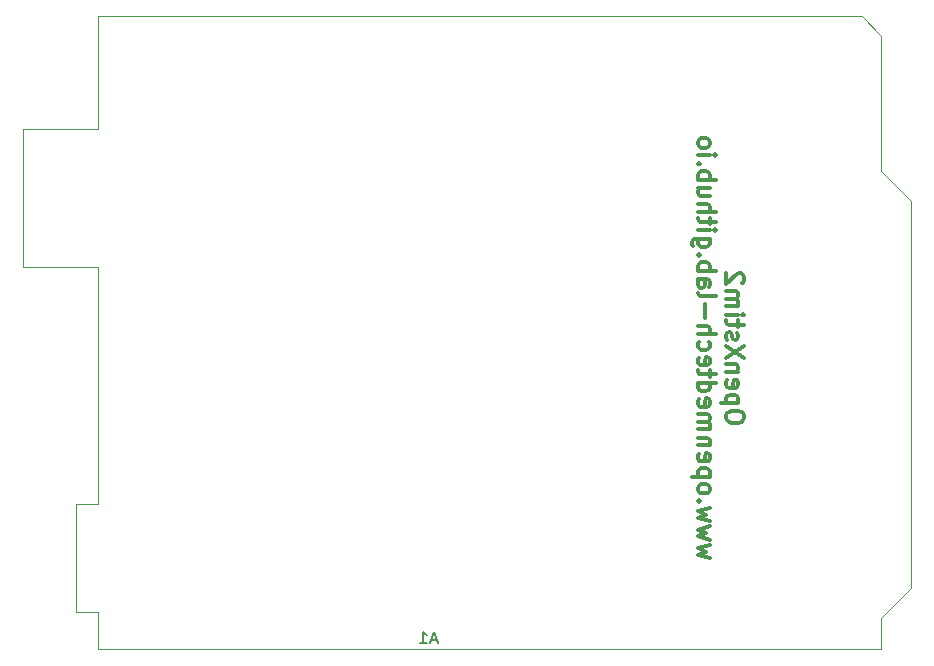
<source format=gbo>
G04 #@! TF.GenerationSoftware,KiCad,Pcbnew,(6.0.4)*
G04 #@! TF.CreationDate,2025-04-28T20:29:24+10:00*
G04 #@! TF.ProjectId,OpenXstim,4f70656e-5873-4746-996d-2e6b69636164,rev?*
G04 #@! TF.SameCoordinates,Original*
G04 #@! TF.FileFunction,Legend,Bot*
G04 #@! TF.FilePolarity,Positive*
%FSLAX46Y46*%
G04 Gerber Fmt 4.6, Leading zero omitted, Abs format (unit mm)*
G04 Created by KiCad (PCBNEW (6.0.4)) date 2025-04-28 20:29:24*
%MOMM*%
%LPD*%
G01*
G04 APERTURE LIST*
%ADD10C,0.300000*%
%ADD11C,0.150000*%
%ADD12C,0.120000*%
%ADD13R,1.700000X1.700000*%
%ADD14O,1.700000X1.700000*%
%ADD15C,2.600000*%
%ADD16C,1.800000*%
%ADD17R,1.800000X1.800000*%
%ADD18O,1.508000X3.016000*%
%ADD19O,3.016000X1.508000*%
%ADD20R,2.000000X2.000000*%
%ADD21C,2.000000*%
%ADD22R,1.408000X1.408000*%
%ADD23C,1.408000*%
%ADD24R,1.600000X1.600000*%
%ADD25O,1.600000X1.600000*%
G04 APERTURE END LIST*
D10*
X228698528Y-97810685D02*
X228698528Y-97524971D01*
X228627100Y-97382114D01*
X228484242Y-97239257D01*
X228198528Y-97167828D01*
X227698528Y-97167828D01*
X227412814Y-97239257D01*
X227269957Y-97382114D01*
X227198528Y-97524971D01*
X227198528Y-97810685D01*
X227269957Y-97953542D01*
X227412814Y-98096400D01*
X227698528Y-98167828D01*
X228198528Y-98167828D01*
X228484242Y-98096400D01*
X228627100Y-97953542D01*
X228698528Y-97810685D01*
X228198528Y-96524971D02*
X226698528Y-96524971D01*
X228127100Y-96524971D02*
X228198528Y-96382114D01*
X228198528Y-96096400D01*
X228127100Y-95953542D01*
X228055671Y-95882114D01*
X227912814Y-95810685D01*
X227484242Y-95810685D01*
X227341385Y-95882114D01*
X227269957Y-95953542D01*
X227198528Y-96096400D01*
X227198528Y-96382114D01*
X227269957Y-96524971D01*
X227269957Y-94596400D02*
X227198528Y-94739257D01*
X227198528Y-95024971D01*
X227269957Y-95167828D01*
X227412814Y-95239257D01*
X227984242Y-95239257D01*
X228127100Y-95167828D01*
X228198528Y-95024971D01*
X228198528Y-94739257D01*
X228127100Y-94596400D01*
X227984242Y-94524971D01*
X227841385Y-94524971D01*
X227698528Y-95239257D01*
X228198528Y-93882114D02*
X227198528Y-93882114D01*
X228055671Y-93882114D02*
X228127100Y-93810685D01*
X228198528Y-93667828D01*
X228198528Y-93453542D01*
X228127100Y-93310685D01*
X227984242Y-93239257D01*
X227198528Y-93239257D01*
X228698528Y-92667828D02*
X227198528Y-91667828D01*
X228698528Y-91667828D02*
X227198528Y-92667828D01*
X227269957Y-91167828D02*
X227198528Y-91024971D01*
X227198528Y-90739257D01*
X227269957Y-90596400D01*
X227412814Y-90524971D01*
X227484242Y-90524971D01*
X227627100Y-90596400D01*
X227698528Y-90739257D01*
X227698528Y-90953542D01*
X227769957Y-91096400D01*
X227912814Y-91167828D01*
X227984242Y-91167828D01*
X228127100Y-91096400D01*
X228198528Y-90953542D01*
X228198528Y-90739257D01*
X228127100Y-90596400D01*
X228198528Y-90096400D02*
X228198528Y-89524971D01*
X228698528Y-89882114D02*
X227412814Y-89882114D01*
X227269957Y-89810685D01*
X227198528Y-89667828D01*
X227198528Y-89524971D01*
X227198528Y-89024971D02*
X228198528Y-89024971D01*
X228698528Y-89024971D02*
X228627100Y-89096400D01*
X228555671Y-89024971D01*
X228627100Y-88953542D01*
X228698528Y-89024971D01*
X228555671Y-89024971D01*
X227198528Y-88310685D02*
X228198528Y-88310685D01*
X228055671Y-88310685D02*
X228127100Y-88239257D01*
X228198528Y-88096400D01*
X228198528Y-87882114D01*
X228127100Y-87739257D01*
X227984242Y-87667828D01*
X227198528Y-87667828D01*
X227984242Y-87667828D02*
X228127100Y-87596400D01*
X228198528Y-87453542D01*
X228198528Y-87239257D01*
X228127100Y-87096400D01*
X227984242Y-87024971D01*
X227198528Y-87024971D01*
X228555671Y-86382114D02*
X228627100Y-86310685D01*
X228698528Y-86167828D01*
X228698528Y-85810685D01*
X228627100Y-85667828D01*
X228555671Y-85596400D01*
X228412814Y-85524971D01*
X228269957Y-85524971D01*
X228055671Y-85596400D01*
X227198528Y-86453542D01*
X227198528Y-85524971D01*
X225783528Y-109667828D02*
X224783528Y-109382114D01*
X225497814Y-109096400D01*
X224783528Y-108810685D01*
X225783528Y-108524971D01*
X225783528Y-108096400D02*
X224783528Y-107810685D01*
X225497814Y-107524971D01*
X224783528Y-107239257D01*
X225783528Y-106953542D01*
X225783528Y-106524971D02*
X224783528Y-106239257D01*
X225497814Y-105953542D01*
X224783528Y-105667828D01*
X225783528Y-105382114D01*
X224926385Y-104810685D02*
X224854957Y-104739257D01*
X224783528Y-104810685D01*
X224854957Y-104882114D01*
X224926385Y-104810685D01*
X224783528Y-104810685D01*
X224783528Y-103882114D02*
X224854957Y-104024971D01*
X224926385Y-104096400D01*
X225069242Y-104167828D01*
X225497814Y-104167828D01*
X225640671Y-104096400D01*
X225712100Y-104024971D01*
X225783528Y-103882114D01*
X225783528Y-103667828D01*
X225712100Y-103524971D01*
X225640671Y-103453542D01*
X225497814Y-103382114D01*
X225069242Y-103382114D01*
X224926385Y-103453542D01*
X224854957Y-103524971D01*
X224783528Y-103667828D01*
X224783528Y-103882114D01*
X225783528Y-102739257D02*
X224283528Y-102739257D01*
X225712100Y-102739257D02*
X225783528Y-102596400D01*
X225783528Y-102310685D01*
X225712100Y-102167828D01*
X225640671Y-102096400D01*
X225497814Y-102024971D01*
X225069242Y-102024971D01*
X224926385Y-102096400D01*
X224854957Y-102167828D01*
X224783528Y-102310685D01*
X224783528Y-102596400D01*
X224854957Y-102739257D01*
X224854957Y-100810685D02*
X224783528Y-100953542D01*
X224783528Y-101239257D01*
X224854957Y-101382114D01*
X224997814Y-101453542D01*
X225569242Y-101453542D01*
X225712100Y-101382114D01*
X225783528Y-101239257D01*
X225783528Y-100953542D01*
X225712100Y-100810685D01*
X225569242Y-100739257D01*
X225426385Y-100739257D01*
X225283528Y-101453542D01*
X225783528Y-100096400D02*
X224783528Y-100096400D01*
X225640671Y-100096400D02*
X225712100Y-100024971D01*
X225783528Y-99882114D01*
X225783528Y-99667828D01*
X225712100Y-99524971D01*
X225569242Y-99453542D01*
X224783528Y-99453542D01*
X224783528Y-98739257D02*
X225783528Y-98739257D01*
X225640671Y-98739257D02*
X225712100Y-98667828D01*
X225783528Y-98524971D01*
X225783528Y-98310685D01*
X225712100Y-98167828D01*
X225569242Y-98096400D01*
X224783528Y-98096400D01*
X225569242Y-98096400D02*
X225712100Y-98024971D01*
X225783528Y-97882114D01*
X225783528Y-97667828D01*
X225712100Y-97524971D01*
X225569242Y-97453542D01*
X224783528Y-97453542D01*
X224854957Y-96167828D02*
X224783528Y-96310685D01*
X224783528Y-96596400D01*
X224854957Y-96739257D01*
X224997814Y-96810685D01*
X225569242Y-96810685D01*
X225712100Y-96739257D01*
X225783528Y-96596400D01*
X225783528Y-96310685D01*
X225712100Y-96167828D01*
X225569242Y-96096400D01*
X225426385Y-96096400D01*
X225283528Y-96810685D01*
X224783528Y-94810685D02*
X226283528Y-94810685D01*
X224854957Y-94810685D02*
X224783528Y-94953542D01*
X224783528Y-95239257D01*
X224854957Y-95382114D01*
X224926385Y-95453542D01*
X225069242Y-95524971D01*
X225497814Y-95524971D01*
X225640671Y-95453542D01*
X225712100Y-95382114D01*
X225783528Y-95239257D01*
X225783528Y-94953542D01*
X225712100Y-94810685D01*
X225783528Y-94310685D02*
X225783528Y-93739257D01*
X226283528Y-94096400D02*
X224997814Y-94096400D01*
X224854957Y-94024971D01*
X224783528Y-93882114D01*
X224783528Y-93739257D01*
X224854957Y-92667828D02*
X224783528Y-92810685D01*
X224783528Y-93096400D01*
X224854957Y-93239257D01*
X224997814Y-93310685D01*
X225569242Y-93310685D01*
X225712100Y-93239257D01*
X225783528Y-93096400D01*
X225783528Y-92810685D01*
X225712100Y-92667828D01*
X225569242Y-92596400D01*
X225426385Y-92596400D01*
X225283528Y-93310685D01*
X224854957Y-91310685D02*
X224783528Y-91453542D01*
X224783528Y-91739257D01*
X224854957Y-91882114D01*
X224926385Y-91953542D01*
X225069242Y-92024971D01*
X225497814Y-92024971D01*
X225640671Y-91953542D01*
X225712100Y-91882114D01*
X225783528Y-91739257D01*
X225783528Y-91453542D01*
X225712100Y-91310685D01*
X224783528Y-90667828D02*
X226283528Y-90667828D01*
X224783528Y-90024971D02*
X225569242Y-90024971D01*
X225712100Y-90096400D01*
X225783528Y-90239257D01*
X225783528Y-90453542D01*
X225712100Y-90596400D01*
X225640671Y-90667828D01*
X225354957Y-89310685D02*
X225354957Y-88167828D01*
X224783528Y-87239257D02*
X224854957Y-87382114D01*
X224997814Y-87453542D01*
X226283528Y-87453542D01*
X224783528Y-86024971D02*
X225569242Y-86024971D01*
X225712100Y-86096400D01*
X225783528Y-86239257D01*
X225783528Y-86524971D01*
X225712100Y-86667828D01*
X224854957Y-86024971D02*
X224783528Y-86167828D01*
X224783528Y-86524971D01*
X224854957Y-86667828D01*
X224997814Y-86739257D01*
X225140671Y-86739257D01*
X225283528Y-86667828D01*
X225354957Y-86524971D01*
X225354957Y-86167828D01*
X225426385Y-86024971D01*
X224783528Y-85310685D02*
X226283528Y-85310685D01*
X225712100Y-85310685D02*
X225783528Y-85167828D01*
X225783528Y-84882114D01*
X225712100Y-84739257D01*
X225640671Y-84667828D01*
X225497814Y-84596400D01*
X225069242Y-84596400D01*
X224926385Y-84667828D01*
X224854957Y-84739257D01*
X224783528Y-84882114D01*
X224783528Y-85167828D01*
X224854957Y-85310685D01*
X224926385Y-83953542D02*
X224854957Y-83882114D01*
X224783528Y-83953542D01*
X224854957Y-84024971D01*
X224926385Y-83953542D01*
X224783528Y-83953542D01*
X225783528Y-82596400D02*
X224569242Y-82596400D01*
X224426385Y-82667828D01*
X224354957Y-82739257D01*
X224283528Y-82882114D01*
X224283528Y-83096400D01*
X224354957Y-83239257D01*
X224854957Y-82596400D02*
X224783528Y-82739257D01*
X224783528Y-83024971D01*
X224854957Y-83167828D01*
X224926385Y-83239257D01*
X225069242Y-83310685D01*
X225497814Y-83310685D01*
X225640671Y-83239257D01*
X225712100Y-83167828D01*
X225783528Y-83024971D01*
X225783528Y-82739257D01*
X225712100Y-82596400D01*
X224783528Y-81882114D02*
X225783528Y-81882114D01*
X226283528Y-81882114D02*
X226212100Y-81953542D01*
X226140671Y-81882114D01*
X226212100Y-81810685D01*
X226283528Y-81882114D01*
X226140671Y-81882114D01*
X225783528Y-81382114D02*
X225783528Y-80810685D01*
X226283528Y-81167828D02*
X224997814Y-81167828D01*
X224854957Y-81096400D01*
X224783528Y-80953542D01*
X224783528Y-80810685D01*
X224783528Y-80310685D02*
X226283528Y-80310685D01*
X224783528Y-79667828D02*
X225569242Y-79667828D01*
X225712100Y-79739257D01*
X225783528Y-79882114D01*
X225783528Y-80096400D01*
X225712100Y-80239257D01*
X225640671Y-80310685D01*
X225783528Y-78310685D02*
X224783528Y-78310685D01*
X225783528Y-78953542D02*
X224997814Y-78953542D01*
X224854957Y-78882114D01*
X224783528Y-78739257D01*
X224783528Y-78524971D01*
X224854957Y-78382114D01*
X224926385Y-78310685D01*
X224783528Y-77596400D02*
X226283528Y-77596400D01*
X225712100Y-77596400D02*
X225783528Y-77453542D01*
X225783528Y-77167828D01*
X225712100Y-77024971D01*
X225640671Y-76953542D01*
X225497814Y-76882114D01*
X225069242Y-76882114D01*
X224926385Y-76953542D01*
X224854957Y-77024971D01*
X224783528Y-77167828D01*
X224783528Y-77453542D01*
X224854957Y-77596400D01*
X224926385Y-76239257D02*
X224854957Y-76167828D01*
X224783528Y-76239257D01*
X224854957Y-76310685D01*
X224926385Y-76239257D01*
X224783528Y-76239257D01*
X224783528Y-75524971D02*
X225783528Y-75524971D01*
X226283528Y-75524971D02*
X226212100Y-75596400D01*
X226140671Y-75524971D01*
X226212100Y-75453542D01*
X226283528Y-75524971D01*
X226140671Y-75524971D01*
X224783528Y-74596400D02*
X224854957Y-74739257D01*
X224926385Y-74810685D01*
X225069242Y-74882114D01*
X225497814Y-74882114D01*
X225640671Y-74810685D01*
X225712100Y-74739257D01*
X225783528Y-74596400D01*
X225783528Y-74382114D01*
X225712100Y-74239257D01*
X225640671Y-74167828D01*
X225497814Y-74096400D01*
X225069242Y-74096400D01*
X224926385Y-74167828D01*
X224854957Y-74239257D01*
X224783528Y-74382114D01*
X224783528Y-74596400D01*
D11*
X202669685Y-116574866D02*
X202193495Y-116574866D01*
X202764923Y-116860580D02*
X202431590Y-115860580D01*
X202098257Y-116860580D01*
X201241114Y-116860580D02*
X201812542Y-116860580D01*
X201526828Y-116860580D02*
X201526828Y-115860580D01*
X201622066Y-116003438D01*
X201717304Y-116098676D01*
X201812542Y-116146295D01*
D12*
X167637000Y-84986400D02*
X167637000Y-73306400D01*
X173987000Y-63776400D02*
X238637000Y-63776400D01*
X240287000Y-114706400D02*
X240287000Y-117376400D01*
X173987000Y-117376400D02*
X173987000Y-114196400D01*
X238637000Y-63776400D02*
X240287000Y-65426400D01*
X240287000Y-76856400D02*
X242827000Y-79396400D01*
X173987000Y-84986400D02*
X167637000Y-84986400D01*
X172087000Y-105056400D02*
X173987000Y-105056400D01*
X242827000Y-79396400D02*
X242827000Y-112166400D01*
X242827000Y-112166400D02*
X240287000Y-114706400D01*
X173987000Y-73306400D02*
X173987000Y-63776400D01*
X240287000Y-65426400D02*
X240287000Y-76856400D01*
X172087000Y-114196400D02*
X172087000Y-105056400D01*
X167637000Y-73306400D02*
X173987000Y-73306400D01*
X173987000Y-105056400D02*
X173987000Y-84986400D01*
X173987000Y-114196400D02*
X172087000Y-114196400D01*
X240287000Y-117376400D02*
X173987000Y-117376400D01*
%LPC*%
D13*
X237241000Y-104292400D03*
D14*
X234701000Y-104292400D03*
D15*
X209448400Y-95109600D03*
X209448400Y-83909600D03*
D16*
X216948400Y-92009600D03*
X216948400Y-87009600D03*
X216948400Y-89509600D03*
D17*
X202448400Y-92009600D03*
D16*
X202448400Y-87009600D03*
D18*
X239636000Y-97332800D03*
D19*
X234936000Y-100732800D03*
X234936000Y-93732800D03*
D20*
X180949600Y-84490400D03*
D21*
X180949600Y-92090400D03*
D13*
X234640200Y-76809600D03*
D14*
X237180200Y-76809600D03*
D13*
X177008000Y-101396800D03*
D14*
X179548000Y-101396800D03*
X187168000Y-101396800D03*
X189708000Y-101396800D03*
X192248000Y-101396800D03*
X194788000Y-101396800D03*
D13*
X222212800Y-70764400D03*
D14*
X224752800Y-70764400D03*
X227292800Y-70764400D03*
X229832800Y-70764400D03*
D18*
X239585200Y-83667600D03*
D19*
X234885200Y-87067600D03*
X234885200Y-80067600D03*
D13*
X177008000Y-80111600D03*
D14*
X179548000Y-80111600D03*
X187168000Y-80111600D03*
X189708000Y-80111600D03*
X192248000Y-80111600D03*
X194788000Y-80111600D03*
D13*
X176530000Y-67152600D03*
D14*
X176530000Y-69692600D03*
D22*
X178645100Y-114046000D03*
D23*
X181145100Y-114046000D03*
X183645100Y-114046000D03*
D13*
X237241000Y-90525600D03*
D14*
X234701000Y-90525600D03*
D24*
X202057000Y-114706400D03*
D25*
X204597000Y-114706400D03*
X207137000Y-114706400D03*
X209677000Y-114706400D03*
X212217000Y-114706400D03*
X214757000Y-114706400D03*
X217297000Y-114706400D03*
X219837000Y-114706400D03*
X224917000Y-114706400D03*
X227457000Y-114706400D03*
X229997000Y-114706400D03*
X232537000Y-114706400D03*
X235077000Y-114706400D03*
X237617000Y-114706400D03*
X237617000Y-66446400D03*
X235077000Y-66446400D03*
X232537000Y-66446400D03*
X229997000Y-66446400D03*
X227457000Y-66446400D03*
X224917000Y-66446400D03*
X222377000Y-66446400D03*
X219837000Y-66446400D03*
X215777000Y-66446400D03*
X213237000Y-66446400D03*
X210697000Y-66446400D03*
X208157000Y-66446400D03*
X205617000Y-66446400D03*
X203077000Y-66446400D03*
X200537000Y-66446400D03*
X197997000Y-66446400D03*
X195457000Y-66446400D03*
X192917000Y-66446400D03*
M02*

</source>
